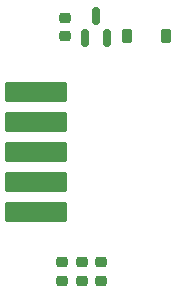
<source format=gbr>
%TF.GenerationSoftware,KiCad,Pcbnew,8.0.7-8.0.7-0~ubuntu24.04.1*%
%TF.CreationDate,2025-01-05T10:30:42-08:00*%
%TF.ProjectId,mag-encoder,6d61672d-656e-4636-9f64-65722e6b6963,1*%
%TF.SameCoordinates,Original*%
%TF.FileFunction,Paste,Top*%
%TF.FilePolarity,Positive*%
%FSLAX46Y46*%
G04 Gerber Fmt 4.6, Leading zero omitted, Abs format (unit mm)*
G04 Created by KiCad (PCBNEW 8.0.7-8.0.7-0~ubuntu24.04.1) date 2025-01-05 10:30:42*
%MOMM*%
%LPD*%
G01*
G04 APERTURE LIST*
G04 Aperture macros list*
%AMRoundRect*
0 Rectangle with rounded corners*
0 $1 Rounding radius*
0 $2 $3 $4 $5 $6 $7 $8 $9 X,Y pos of 4 corners*
0 Add a 4 corners polygon primitive as box body*
4,1,4,$2,$3,$4,$5,$6,$7,$8,$9,$2,$3,0*
0 Add four circle primitives for the rounded corners*
1,1,$1+$1,$2,$3*
1,1,$1+$1,$4,$5*
1,1,$1+$1,$6,$7*
1,1,$1+$1,$8,$9*
0 Add four rect primitives between the rounded corners*
20,1,$1+$1,$2,$3,$4,$5,0*
20,1,$1+$1,$4,$5,$6,$7,0*
20,1,$1+$1,$6,$7,$8,$9,0*
20,1,$1+$1,$8,$9,$2,$3,0*%
G04 Aperture macros list end*
%ADD10RoundRect,0.218750X-0.256250X0.218750X-0.256250X-0.218750X0.256250X-0.218750X0.256250X0.218750X0*%
%ADD11RoundRect,0.218750X0.256250X-0.218750X0.256250X0.218750X-0.256250X0.218750X-0.256250X-0.218750X0*%
%ADD12RoundRect,0.150000X0.150000X-0.587500X0.150000X0.587500X-0.150000X0.587500X-0.150000X-0.587500X0*%
%ADD13RoundRect,0.121324X2.543676X-0.703676X2.543676X0.703676X-2.543676X0.703676X-2.543676X-0.703676X0*%
%ADD14RoundRect,0.225000X-0.225000X-0.375000X0.225000X-0.375000X0.225000X0.375000X-0.225000X0.375000X0*%
G04 APERTURE END LIST*
D10*
%TO.C,D1*%
X228981000Y-112242500D03*
X228981000Y-113817500D03*
%TD*%
D11*
%TO.C,D2*%
X228727000Y-134518500D03*
X228727000Y-132943500D03*
%TD*%
D12*
%TO.C,U1*%
X230647200Y-113967500D03*
X232547200Y-113967500D03*
X231597200Y-112092500D03*
%TD*%
D13*
%TO.C,J2*%
X226487800Y-118491000D03*
X226487800Y-121031000D03*
X226487800Y-123571000D03*
X226487800Y-126111000D03*
X226487800Y-128651000D03*
%TD*%
D11*
%TO.C,D3*%
X230378000Y-134518500D03*
X230378000Y-132943500D03*
%TD*%
D14*
%TO.C,D5*%
X234189000Y-113792000D03*
X237489000Y-113792000D03*
%TD*%
D11*
%TO.C,D4*%
X232029000Y-134518500D03*
X232029000Y-132943500D03*
%TD*%
M02*

</source>
